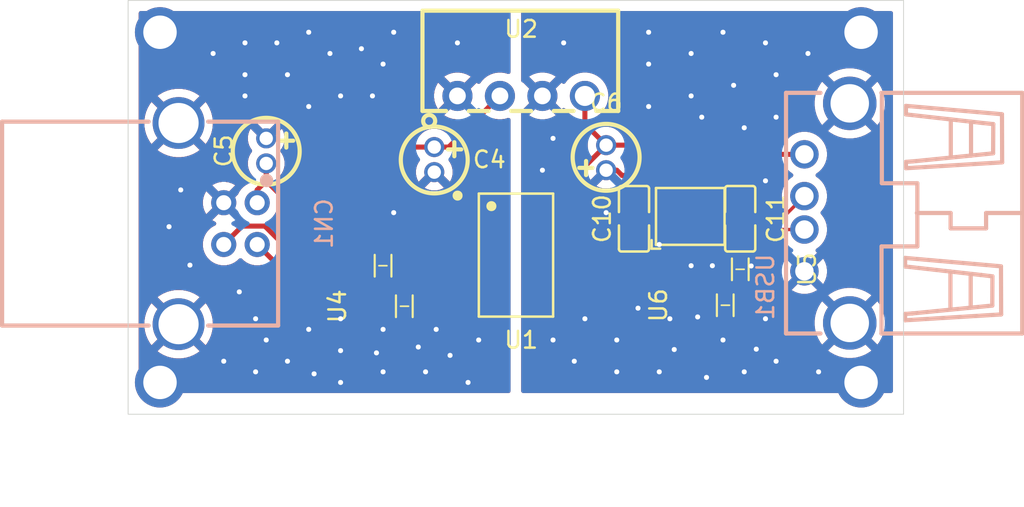
<source format=kicad_pcb>
(kicad_pcb (version 20241229) (generator "pcbnew") (generator_version "9.0")
  (layers (0 "F.Cu" signal) (2 "B.Cu" signal) (13 "F.Paste" user) (15 "B.Paste" user) (5 "F.SilkS" user "F.Silkscreen") (7 "B.SilkS" user "B.Silkscreen") (1 "F.Mask" user) (3 "B.Mask" user) (25 "Edge.Cuts" user))
  (net 0 "")
  (net 1 "GND")
  (net 2 "+5V1")
  (net 3 "GND2")
  (net 4 "+5V2")
  (net 5 "X1")
  (net 6 "X0")
  (net 7 "DIN+")
  (net 8 "DIN-")
  (net 9 "DIN2+")
  (net 10 "DIN2-")
  (footprint "EasyEDA:SSOP-20_L7.2-W5.3-P0.65-LS7.8-BL" (layer "F.Cu") (at 177.49 107.95 -90)
    (property "Reference" "U1" (at 5.08 -0.31 180) (layer "F.SilkS"))
    (property "Value" "ADUM3166BRSZ" (hide yes))
    (fp_line (start -3.68 2.22) (end -3.68 -2.22) (stroke (width 0.15)) (layer "F.SilkS"))
    (fp_line (start 3.68 2.22) (end -3.68 2.22) (stroke (width 0.15)) (layer "F.SilkS"))
    (fp_line (start -3.68 -2.22) (end 3.68 -2.22) (stroke (width 0.15)) (layer "F.SilkS"))
    (fp_line (start 3.68 -2.22) (end 3.68 2.22) (stroke (width 0.15)) (layer "F.SilkS"))
    (fp_circle (center -3.56 3.49) (end -3.41 3.49) (stroke (width 0.3)) (fill no) (layer "F.SilkS"))
    (fp_circle (center -2.93 1.47) (end -2.78 1.47) (stroke (width 0.3)) (fill no) (layer "F.SilkS"))
    (pad "1" smd oval (at -2.93 3.49 270) (size 0.36 2.08) (layers "F.Cu" "F.Mask" "F.Paste") (net 2 "+5V1"))
    (pad "2" smd oval (at -2.28 3.49 270) (size 0.36 2.08) (layers "F.Cu" "F.Mask" "F.Paste") (net 1 "GND"))
    (pad "3" smd oval (at -1.63 3.49 270) (size 0.36 2.08) (layers "F.Cu" "F.Mask" "F.Paste") (net 2 "+5V1"))
    (pad "4" smd oval (at -0.98 3.49 270) (size 0.36 2.08) (layers "F.Cu" "F.Mask" "F.Paste") (net 1 "GND"))
    (pad "5" smd oval (at -0.32 3.49 270) (size 0.36 2.08) (layers "F.Cu" "F.Mask" "F.Paste") (net 1 "GND"))
    (pad "6" smd oval (at 0.33 3.49 270) (size 0.36 2.08) (layers "F.Cu" "F.Mask" "F.Paste") (net 1 "GND"))
    (pad "7" smd oval (at 0.98 3.49 270) (size 0.36 2.08) (layers "F.Cu" "F.Mask" "F.Paste") (net 1 "GND"))
    (pad "8" smd oval (at 1.63 3.49 270) (size 0.36 2.08) (layers "F.Cu" "F.Mask" "F.Paste") (net 7 "DIN+"))
    (pad "9" smd oval (at 2.28 3.49 270) (size 0.36 2.08) (layers "F.Cu" "F.Mask" "F.Paste") (net 8 "DIN-"))
    (pad "10" smd oval (at 2.93 3.49 270) (size 0.36 2.08) (layers "F.Cu" "F.Mask" "F.Paste") (net 1 "GND"))
    (pad "11" smd oval (at 2.93 -3.49 270) (size 0.36 2.08) (layers "F.Cu" "F.Mask" "F.Paste") (net 3 "GND2"))
    (pad "12" smd oval (at 2.28 -3.49 270) (size 0.36 2.08) (layers "F.Cu" "F.Mask" "F.Paste") (net 9 "DIN2+"))
    (pad "13" smd oval (at 1.63 -3.49 270) (size 0.36 2.08) (layers "F.Cu" "F.Mask" "F.Paste") (net 10 "DIN2-"))
    (pad "14" smd oval (at 0.98 -3.49 270) (size 0.36 2.08) (layers "F.Cu" "F.Mask" "F.Paste") (net 3 "GND2"))
    (pad "15" smd oval (at 0.33 -3.49 270) (size 0.36 2.08) (layers "F.Cu" "F.Mask" "F.Paste") (net 6 "X0"))
    (pad "16" smd oval (at -0.32 -3.49 270) (size 0.36 2.08) (layers "F.Cu" "F.Mask" "F.Paste") (net 5 "X1"))
    (pad "17" smd oval (at -0.98 -3.49 270) (size 0.36 2.08) (layers "F.Cu" "F.Mask" "F.Paste") (net 3 "GND2"))
    (pad "18" smd oval (at -1.63 -3.49 270) (size 0.36 2.08) (layers "F.Cu" "F.Mask" "F.Paste") (net 4 "+5V2"))
    (pad "19" smd oval (at -2.28 -3.49 270) (size 0.36 2.08) (layers "F.Cu" "F.Mask" "F.Paste") (net 3 "GND2"))
    (pad "20" smd oval (at -2.93 -3.49 270) (size 0.36 2.08) (layers "F.Cu" "F.Mask" "F.Paste") (net 4 "+5V2"))
  )
  (footprint "PCM_JLCPCB:C_0805" (layer "F.Cu") (at 167.64 105.41 90)
    (property "Reference" "C2" (hide yes))
    (property "Value" "10uF" (hide yes))
    (pad "1" smd roundrect (at -0.95 0 90) (size 1 1.45) (layers "F.Cu" "F.Mask" "F.Paste") (net 1 "GND"))
    (pad "2" smd roundrect (at 0.95 0 90) (size 1 1.45) (layers "F.Cu" "F.Mask" "F.Paste") (net 2 "+5V1"))
  )
  (footprint "EasyEDA:PWRM-TH_B0503S-1WR2" (layer "F.Cu") (at 177.8 98.425)
    (property "Reference" "U2" (at 0 -4 0) (layer "F.SilkS"))
    (property "Value" "B0503S-1WR3_C5444000" (hide yes))
    (fp_line (start -5.9 0.9) (end -5.9 -5.1) (stroke (width 0.25)) (layer "F.SilkS"))
    (fp_line (start -5.8 -5.1) (end 5.8 -5.1) (stroke (width 0.25)) (layer "F.SilkS"))
    (fp_line (start -4.49 0.9) (end -5.9 0.9) (stroke (width 0.25)) (layer "F.SilkS"))
    (fp_line (start -1.95 0.9) (end -3.13 0.9) (stroke (width 0.25)) (layer "F.SilkS"))
    (fp_line (start 0.59 0.9) (end -0.59 0.9) (stroke (width 0.25)) (layer "F.SilkS"))
    (fp_line (start 3.13 0.9) (end 1.95 0.9) (stroke (width 0.25)) (layer "F.SilkS"))
    (fp_line (start 5.8 -5.1) (end 5.8 0.9) (stroke (width 0.25)) (layer "F.SilkS"))
    (fp_line (start 5.8 0.9) (end 4.49 0.9) (stroke (width 0.25)) (layer "F.SilkS"))
    (fp_circle (center -5.5 1.5) (end -5.14 1.5) (stroke (width 0.25)) (fill no) (layer "F.SilkS"))
    (pad "1" thru_hole circle (at -3.81 0) (size 1.8 1.8) (drill 0.999998) (layers "*.Cu" "*.Mask") (net 1 "GND"))
    (pad "2" thru_hole circle (at -1.27 0) (size 1.8 1.8) (drill 0.999998) (layers "*.Cu" "*.Mask") (net 2 "+5V1"))
    (pad "3" thru_hole circle (at 1.27 0) (size 1.8 1.8) (drill 0.999998) (layers "*.Cu" "*.Mask") (net 3 "GND2"))
    (pad "4" thru_hole circle (at 3.81 0) (size 1.8 1.8) (drill 1.199998) (layers "*.Cu" "*.Mask") (net 4 "+5V2"))
  )
  (footprint "EasyEDA:OSC-SMD_4P-L3.2-W2.5-BL" (layer "F.Cu") (at 187.89 105.655)
    (property "Reference" "X1" (hide yes))
    (property "Value" "3N24000G33YC" (hide yes))
    (fp_line (start -2.29 1.4) (end -2.29 1.91) (stroke (width 0.15)) (layer "F.SilkS"))
    (fp_line (start -2.29 1.91) (end -1.78 1.91) (stroke (width 0.15)) (layer "F.SilkS"))
    (fp_line (start -2.03 -1.72) (end -2.03 1.68) (stroke (width 0.15)) (layer "F.SilkS"))
    (fp_line (start -2.03 1.68) (end 2.07 1.68) (stroke (width 0.15)) (layer "F.SilkS"))
    (fp_line (start 2.07 -1.72) (end -2.03 -1.72) (stroke (width 0.15)) (layer "F.SilkS"))
    (fp_line (start 2.07 1.68) (end 2.07 -1.72) (stroke (width 0.15)) (layer "F.SilkS"))
    (pad "1" smd rect (at -1.1 0.88) (size 1.4 1.2) (layers "F.Cu" "F.Mask" "F.Paste") (net 3 "GND2"))
    (pad "2" smd rect (at 1.1 0.88) (size 1.4 1.2) (layers "F.Cu" "F.Mask" "F.Paste") (net 3 "GND2"))
    (pad "3" smd rect (at 1.1 -0.88) (size 1.4 1.2) (layers "F.Cu" "F.Mask" "F.Paste") (net 6 "X0"))
    (pad "4" smd rect (at -1.1 -0.88) (size 1.4 1.2) (layers "F.Cu" "F.Mask" "F.Paste") (net 5 "X1"))
  )
  (footprint "PCM_JLCPCB:C_0603" (layer "F.Cu") (at 188.595 102.235 90)
    (property "Reference" "C9" (hide yes))
    (property "Value" "100nF" (hide yes))
    (pad "1" smd roundrect (at -0.78 0 90) (size 0.9 0.95) (layers "F.Cu" "F.Mask" "F.Paste") (net 3 "GND2"))
    (pad "2" smd roundrect (at 0.78 0 90) (size 0.9 0.95) (layers "F.Cu" "F.Mask" "F.Paste") (net 4 "+5V2"))
  )
  (footprint "EasyEDA:SOD-523_L1.2-W0.8-LS1.6-BI" (layer "F.Cu") (at 169.545 108.585 -90)
    (property "Reference" "U3" (hide yes))
    (property "Value" "TVSS5VCES-02GP-J_C7473318")
    (fp_line (start -0.65 0.5) (end 0.65 0.5) (stroke (width 0.13)) (layer "F.SilkS"))
    (fp_line (start 0 -0.23) (end 0 0.25) (stroke (width 0.1)) (layer "F.SilkS"))
    (fp_line (start -0.65 -0.5) (end 0.65 -0.5) (stroke (width 0.13)) (layer "F.SilkS"))
    (pad "1" smd rect (at -0.75 0 270) (size 0.6 0.4) (layers "F.Cu" "F.Mask" "F.Paste") (net 1 "GND"))
    (pad "2" smd rect (at 0.75 0 90) (size 0.6 0.4) (layers "F.Cu" "F.Mask" "F.Paste") (net 7 "DIN+"))
  )
  (footprint "EasyEDA:SOD-523_L1.2-W0.8-LS1.6-BI" (layer "F.Cu") (at 170.815 111.01 90)
    (property "Reference" "U4" (at 0 -4 90) (layer "F.SilkS"))
    (property "Value" "TVSS5VCES-02GP-J_C7473318")
    (fp_line (start -0.65 -0.5) (end 0.65 -0.5) (stroke (width 0.13)) (layer "F.SilkS"))
    (fp_line (start 0 -0.23) (end 0 0.25) (stroke (width 0.1)) (layer "F.SilkS"))
    (fp_line (start -0.65 0.5) (end 0.65 0.5) (stroke (width 0.13)) (layer "F.SilkS"))
    (pad "1" smd rect (at -0.75 0 90) (size 0.6 0.4) (layers "F.Cu" "F.Mask" "F.Paste") (net 1 "GND"))
    (pad "2" smd rect (at 0.75 0 270) (size 0.6 0.4) (layers "F.Cu" "F.Mask" "F.Paste") (net 8 "DIN-"))
  )
  (footprint "PCM_JLCPCB:C_0805" (layer "F.Cu") (at 186.69 102.235 90)
    (property "Reference" "C8" (hide yes))
    (property "Value" "10uF" (hide yes))
    (pad "1" smd roundrect (at -0.95 0 90) (size 1 1.45) (layers "F.Cu" "F.Mask" "F.Paste") (net 3 "GND2"))
    (pad "2" smd roundrect (at 0.95 0 90) (size 1 1.45) (layers "F.Cu" "F.Mask" "F.Paste") (net 4 "+5V2"))
  )
  (footprint "EasyEDA:SOD-523_L1.2-W0.8-LS1.6-BI" (layer "F.Cu") (at 190 110.95 90)
    (property "Reference" "U6" (at 0 -4 90) (layer "F.SilkS"))
    (property "Value" "TVSS5VCES-02GP-J_C7473318")
    (fp_line (start -0.65 -0.5) (end 0.65 -0.5) (stroke (width 0.13)) (layer "F.SilkS"))
    (fp_line (start 0 -0.23) (end 0 0.25) (stroke (width 0.1)) (layer "F.SilkS"))
    (fp_line (start -0.65 0.5) (end 0.65 0.5) (stroke (width 0.13)) (layer "F.SilkS"))
    (pad "1" smd rect (at -0.75 0 90) (size 0.6 0.4) (layers "F.Cu" "F.Mask" "F.Paste") (net 3 "GND2"))
    (pad "2" smd rect (at 0.75 0 270) (size 0.6 0.4) (layers "F.Cu" "F.Mask" "F.Paste") (net 9 "DIN2+"))
  )
  (footprint "EasyEDA:CAP-TH_BD4.0-P1.50-D0.8-FD" (layer "F.Cu") (at 172.605 102.235 -90)
    (property "Reference" "C4" (at 0 -3.29 0) (layer "F.SilkS"))
    (property "Value" "4.7uF 25V 3*5" (hide yes))
    (fp_line (start -0.61 -0.82) (end -0.61 -1.61) (stroke (width 0.25)) (layer "F.SilkS"))
    (fp_line (start -0.2 -1.2) (end -1.04 -1.2) (stroke (width 0.25)) (layer "F.SilkS"))
    (fp_arc (start 0.03 -2) (mid 0.02501 2.000019) (end -0.00002 -1.999925) (stroke (width 0.25)) (layer "F.SilkS"))
    (pad "1" thru_hole circle (at -0.75 0) (size 1.2 1.2) (drill 0.799998) (layers "*.Cu" "*.Mask") (net 2 "+5V1"))
    (pad "2" thru_hole circle (at 0.75 0) (size 1.2 1.2) (drill 0.799998) (layers "*.Cu" "*.Mask") (net 1 "GND"))
  )
  (footprint "PCM_JLCPCB:C_0603" (layer "F.Cu") (at 190.5 102.235 -90)
    (property "Reference" "C7" (hide yes))
    (property "Value" "100nF" (hide yes))
    (pad "1" smd roundrect (at -0.78 0 270) (size 0.9 0.95) (layers "F.Cu" "F.Mask" "F.Paste") (net 4 "+5V2"))
    (pad "2" smd roundrect (at 0.78 0 270) (size 0.9 0.95) (layers "F.Cu" "F.Mask" "F.Paste") (net 3 "GND2"))
  )
  (footprint "EasyEDA:CAP-TH_BD4.0-P1.50-D0.8-FD" (layer "F.Cu") (at 162.56 101.715 -90)
    (property "Reference" "C5" (at 0 2.54 90) (layer "F.SilkS"))
    (property "Value" "4.7uF 25V 3*5" (hide yes))
    (fp_line (start -0.61 -0.82) (end -0.61 -1.61) (stroke (width 0.25)) (layer "F.SilkS"))
    (fp_line (start -0.2 -1.2) (end -1.04 -1.2) (stroke (width 0.25)) (layer "F.SilkS"))
    (fp_arc (start 0.03 -2) (mid 0.02501 2.000019) (end -0.00002 -1.999925) (stroke (width 0.25)) (layer "F.SilkS"))
    (pad "1" thru_hole circle (at -0.75 0) (size 1.2 1.2) (drill 0.799998) (layers "*.Cu" "*.Mask") (net 1 "GND"))
    (pad "2" thru_hole circle (at 0.75 0) (size 1.2 1.2) (drill 0.799998) (layers "*.Cu" "*.Mask") (net 2 "+5V1"))
  )
  (footprint "EasyEDA:C0805" (layer "F.Cu") (at 190.895 105.775 90)
    (property "Reference" "C11" (at 0 2.13 90) (layer "F.SilkS"))
    (property "Value" "0805CG8R0C500NT" (hide yes))
    (fp_line (start 1.81 -0.9) (end 0.4 -0.9) (stroke (width 0.15)) (layer "F.SilkS"))
    (fp_line (start -1.81 -0.9) (end -0.4 -0.9) (stroke (width 0.15)) (layer "F.SilkS"))
    (fp_line (start 1.96 0.75) (end 1.96 -0.75) (stroke (width 0.15)) (layer "F.SilkS"))
    (fp_line (start -1.96 0.75) (end -1.96 -0.75) (stroke (width 0.15)) (layer "F.SilkS"))
    (fp_line (start 0.4 0.9) (end 1.81 0.9) (stroke (width 0.15)) (layer "F.SilkS"))
    (fp_line (start -0.4 0.9) (end -1.81 0.9) (stroke (width 0.15)) (layer "F.SilkS"))
    (fp_arc (start 1.81 -0.9) (mid 1.916066 -0.856066) (end 1.96 -0.75) (stroke (width 0.15)) (layer "F.SilkS"))
    (fp_arc (start -1.96 -0.75) (mid -1.916066 -0.856066) (end -1.81 -0.9) (stroke (width 0.15)) (layer "F.SilkS"))
    (fp_arc (start 1.96 0.75) (mid 1.916066 0.856066) (end 1.81 0.9) (stroke (width 0.15)) (layer "F.SilkS"))
    (fp_arc (start -1.81 0.9) (mid -1.916066 0.856066) (end -1.96 0.75) (stroke (width 0.15)) (layer "F.SilkS"))
    (pad "1" smd rect (at -1 0 90) (size 1.41 1.35) (layers "F.Cu" "F.Mask" "F.Paste") (net 3 "GND2"))
    (pad "2" smd rect (at 1 0 90) (size 1.41 1.35) (layers "F.Cu" "F.Mask" "F.Paste") (net 6 "X0"))
  )
  (footprint "EasyEDA:CAP-TH_BD4.0-P1.50-D0.8-FD" (layer "F.Cu") (at 182.88 102.12 90)
    (property "Reference" "C6" (at 3.29 0 180) (layer "F.SilkS"))
    (property "Value" "4.7uF 25V 3*5" (hide yes))
    (fp_line (start -0.2 -1.2) (end -1.04 -1.2) (stroke (width 0.25)) (layer "F.SilkS"))
    (fp_line (start -0.61 -0.82) (end -0.61 -1.61) (stroke (width 0.25)) (layer "F.SilkS"))
    (fp_arc (start 0.03 -2) (mid 0.02501 2.000019) (end -0.00002 -1.999925) (stroke (width 0.25)) (layer "F.SilkS"))
    (pad "1" thru_hole circle (at -0.75 0 180) (size 1.2 1.2) (drill 0.799998) (layers "*.Cu" "*.Mask") (net 3 "GND2"))
    (pad "2" thru_hole circle (at 0.75 0 180) (size 1.2 1.2) (drill 0.799998) (layers "*.Cu" "*.Mask") (net 4 "+5V2"))
  )
  (footprint "PCM_JLCPCB:C_0603" (layer "F.Cu") (at 167.005 102.09 90)
    (property "Reference" "C3" (hide yes))
    (property "Value" "100nF")
    (pad "1" smd roundrect (at -0.78 0 90) (size 0.9 0.95) (layers "F.Cu" "F.Mask" "F.Paste") (net 1 "GND"))
    (pad "2" smd roundrect (at 0.78 0 90) (size 0.9 0.95) (layers "F.Cu" "F.Mask" "F.Paste") (net 2 "+5V1"))
  )
  (footprint "EasyEDA:SOD-523_L1.2-W0.8-LS1.6-BI" (layer "F.Cu") (at 190.9 108.8 -90)
    (property "Reference" "U5" (at 0 -4 90) (layer "F.SilkS"))
    (property "Value" "TVSS5VCES-02GP-J_C7473318")
    (fp_line (start -0.65 0.5) (end 0.65 0.5) (stroke (width 0.13)) (layer "F.SilkS"))
    (fp_line (start 0 -0.23) (end 0 0.25) (stroke (width 0.1)) (layer "F.SilkS"))
    (fp_line (start -0.65 -0.5) (end 0.65 -0.5) (stroke (width 0.13)) (layer "F.SilkS"))
    (pad "1" smd rect (at -0.75 0 270) (size 0.6 0.4) (layers "F.Cu" "F.Mask" "F.Paste") (net 3 "GND2"))
    (pad "2" smd rect (at 0.75 0 90) (size 0.6 0.4) (layers "F.Cu" "F.Mask" "F.Paste") (net 10 "DIN2-"))
  )
  (footprint "EasyEDA:C0805" (layer "F.Cu") (at 184.545 105.775 90)
    (property "Reference" "C10" (at 0 -1.905 90) (layer "F.SilkS"))
    (property "Value" "0805CG8R0C500NT" (hide yes))
    (fp_line (start 1.81 -0.9) (end 0.4 -0.9) (stroke (width 0.15)) (layer "F.SilkS"))
    (fp_line (start -1.81 -0.9) (end -0.4 -0.9) (stroke (width 0.15)) (layer "F.SilkS"))
    (fp_line (start 1.96 0.75) (end 1.96 -0.75) (stroke (width 0.15)) (layer "F.SilkS"))
    (fp_line (start -1.96 0.75) (end -1.96 -0.75) (stroke (width 0.15)) (layer "F.SilkS"))
    (fp_line (start 0.4 0.9) (end 1.81 0.9) (stroke (width 0.15)) (layer "F.SilkS"))
    (fp_line (start -0.4 0.9) (end -1.81 0.9) (stroke (width 0.15)) (layer "F.SilkS"))
    (fp_arc (start 1.81 -0.9) (mid 1.916066 -0.856066) (end 1.96 -0.75) (stroke (width 0.15)) (layer "F.SilkS"))
    (fp_arc (start -1.96 -0.75) (mid -1.916066 -0.856066) (end -1.81 -0.9) (stroke (width 0.15)) (layer "F.SilkS"))
    (fp_arc (start 1.96 0.75) (mid 1.916066 0.856066) (end 1.81 0.9) (stroke (width 0.15)) (layer "F.SilkS"))
    (fp_arc (start -1.81 0.9) (mid -1.916066 0.856066) (end -1.96 0.75) (stroke (width 0.15)) (layer "F.SilkS"))
    (pad "1" smd rect (at -1 0 90) (size 1.41 1.35) (layers "F.Cu" "F.Mask" "F.Paste") (net 3 "GND2"))
    (pad "2" smd rect (at 1 0 90) (size 1.41 1.35) (layers "F.Cu" "F.Mask" "F.Paste") (net 5 "X1"))
  )
  (footprint "PCM_JLCPCB:C_0603" (layer "F.Cu") (at 169.545 102.235 -90)
    (property "Reference" "C1" (hide yes))
    (property "Value" "100nF")
    (pad "1" smd roundrect (at -0.78 0 270) (size 0.9 0.95) (layers "F.Cu" "F.Mask" "F.Paste") (net 2 "+5V1"))
    (pad "2" smd roundrect (at 0.78 0 270) (size 0.9 0.95) (layers "F.Cu" "F.Mask" "F.Paste") (net 1 "GND"))
  )
  (footprint "EasyEDA:USB-A-TH_AF-WJDG" (layer "B.Cu") (at 196.0925 105.44 -90)
    (property "Reference" "USB1" (at 4.415 3.6875 90) (layer "B.SilkS") (effects (justify mirror)))
    (property "Value" "AF 90° WJDG")
    (fp_line (start -7.2 2.46) (end 7.2 2.46) (stroke (width 0.25)) (layer "B.SilkS"))
    (fp_line (start -7.2 2.46) (end -7.2 0.4) (stroke (width 0.25)) (layer "B.SilkS"))
    (fp_line (start 7.2 2.46) (end 7.2 0.4) (stroke (width 0.25)) (layer "B.SilkS"))
    (fp_line (start -7.2 -3.24) (end -7.2 -11.66) (stroke (width 0.25)) (layer "B.SilkS"))
    (fp_line (start 7.2 -3.24) (end 7.2 -11.66) (stroke (width 0.25)) (layer "B.SilkS"))
    (fp_line (start 1.99 -3.25) (end 1.99 -5.39) (stroke (width 0.25)) (layer "B.SilkS"))
    (fp_line (start 7.19 -3.25) (end 1.99 -3.25) (stroke (width 0.25)) (layer "B.SilkS"))
    (fp_line (start -1.79 -3.27) (end -7.19 -3.27) (stroke (width 0.25)) (layer "B.SilkS"))
    (fp_line (start 2.68 -4.66) (end 3.19 -4.66) (stroke (width 0.25)) (layer "B.SilkS"))
    (fp_line (start 3.19 -4.66) (end 3.7 -9.2) (stroke (width 0.25)) (layer "B.SilkS"))
    (fp_line (start 6.03 -4.66) (end 6.41 -4.66) (stroke (width 0.25)) (layer "B.SilkS"))
    (fp_line (start 6.41 -4.66) (end 6.06 -10.4) (stroke (width 0.25)) (layer "B.SilkS"))
    (fp_line (start -6.42 -4.71) (end -5.91 -4.71) (stroke (width 0.25)) (layer "B.SilkS"))
    (fp_line (start -5.91 -4.71) (end -5.4 -9.25) (stroke (width 0.25)) (layer "B.SilkS"))
    (fp_line (start -3.07 -4.71) (end -2.69 -4.71) (stroke (width 0.25)) (layer "B.SilkS"))
    (fp_line (start -2.69 -4.71) (end -3.04 -10.46) (stroke (width 0.25)) (layer "B.SilkS"))
    (fp_line (start 6 -5.09) (end 6.03 -4.66) (stroke (width 0.25)) (layer "B.SilkS"))
    (fp_line (start -3.1 -5.14) (end -3.07 -4.71) (stroke (width 0.25)) (layer "B.SilkS"))
    (fp_line (start -0.01 -5.36) (end -0.01 -7.38) (stroke (width 0.25)) (layer "B.SilkS"))
    (fp_line (start -1.79 -5.39) (end -1.79 -3.27) (stroke (width 0.25)) (layer "B.SilkS"))
    (fp_line (start 1.99 -5.39) (end -1.79 -5.39) (stroke (width 0.25)) (layer "B.SilkS"))
    (fp_line (start 3.49 -7.37) (end 5.75 -7.37) (stroke (width 0.25)) (layer "B.SilkS"))
    (fp_line (start -0.01 -7.38) (end 0.91 -7.38) (stroke (width 0.25)) (layer "B.SilkS"))
    (fp_line (start 0.91 -7.38) (end 0.91 -9.5) (stroke (width 0.25)) (layer "B.SilkS"))
    (fp_line (start -5.61 -7.39) (end -3.35 -7.39) (stroke (width 0.25)) (layer "B.SilkS"))
    (fp_line (start 3.63 -8.58) (end 5.66 -8.58) (stroke (width 0.25)) (layer "B.SilkS"))
    (fp_line (start -5.47 -8.6) (end -3.44 -8.6) (stroke (width 0.25)) (layer "B.SilkS"))
    (fp_line (start 3.7 -9.2) (end 3.78 -9.88) (stroke (width 0.25)) (layer "B.SilkS"))
    (fp_line (start -5.4 -9.25) (end -5.33 -9.93) (stroke (width 0.25)) (layer "B.SilkS"))
    (fp_line (start -0.01 -9.5) (end -0.01 -11.53) (stroke (width 0.25)) (layer "B.SilkS"))
    (fp_line (start 0.91 -9.5) (end -0.01 -9.5) (stroke (width 0.25)) (layer "B.SilkS"))
    (fp_line (start 5.53 -9.87) (end 6 -5.09) (stroke (width 0.25)) (layer "B.SilkS"))
    (fp_line (start 3.78 -9.88) (end 5.53 -9.87) (stroke (width 0.25)) (layer "B.SilkS"))
    (fp_line (start -3.58 -9.92) (end -3.1 -5.14) (stroke (width 0.25)) (layer "B.SilkS"))
    (fp_line (start -5.33 -9.93) (end -3.58 -9.92) (stroke (width 0.25)) (layer "B.SilkS"))
    (fp_line (start 3.18 -10.39) (end 2.68 -4.66) (stroke (width 0.25)) (layer "B.SilkS"))
    (fp_line (start 6.06 -10.4) (end 3.18 -10.39) (stroke (width 0.25)) (layer "B.SilkS"))
    (fp_line (start -5.92 -10.45) (end -6.42 -4.71) (stroke (width 0.25)) (layer "B.SilkS"))
    (fp_line (start -3.04 -10.46) (end -5.92 -10.45) (stroke (width 0.25)) (layer "B.SilkS"))
    (fp_line (start -7.2 -11.66) (end 7.2 -11.66) (stroke (width 0.25)) (layer "B.SilkS"))
    (pad "1" thru_hole circle (at -3.52 1.36) (size 1.7 1.7) (drill 1.100023) (layers "*.Cu" "*.Mask") (net 4 "+5V2"))
    (pad "2" thru_hole circle (at -1.02 1.36) (size 1.7 1.7) (drill 1.100023) (layers "*.Cu" "*.Mask") (net 10 "DIN2-"))
    (pad "3" thru_hole circle (at 0.98 1.36) (size 1.7 1.7) (drill 1.100023) (layers "*.Cu" "*.Mask") (net 9 "DIN2+"))
    (pad "4" thru_hole circle (at 3.48 1.36) (size 1.7 1.7) (drill 1.100023) (layers "*.Cu" "*.Mask") (net 3 "GND2"))
    (pad "5" thru_hole circle (at -6.57 -1.35 180) (size 3.2 3.2) (drill 2.300021) (layers "*.Cu" "*.Mask") (net 3 "GND2"))
    (pad "5" thru_hole circle (at 6.57 -1.35 180) (size 3.2 3.2) (drill 2.300021) (layers "*.Cu" "*.Mask") (net 3 "GND2"))
  )
  (footprint "EasyEDA:USB-B_TH_USB-B-FEMALE-90" (layer "B.Cu") (at 159.67 106.065 90)
    (property "Reference" "CN1" (at 0 6.35 90) (layer "B.SilkS") (effects (justify mirror)))
    (property "Value" "USB-B-Female-90")
    (fp_line (start 6.1 -12.9) (end 6.1 -4.14) (stroke (width 0.25)) (layer "B.SilkS"))
    (fp_line (start -6.1 -12.9) (end 6.1 -12.9) (stroke (width 0.25)) (layer "B.SilkS"))
    (fp_line (start -6.1 -12.9) (end -6.1 -4.14) (stroke (width 0.25)) (layer "B.SilkS"))
    (fp_line (start 6.1 -0.58) (end 6.1 3.6) (stroke (width 0.25)) (layer "B.SilkS"))
    (fp_line (start 6.1 3.6) (end -6.1 3.6) (stroke (width 0.25)) (layer "B.SilkS"))
    (fp_line (start -6.1 3.6) (end -6.1 -0.58) (stroke (width 0.25)) (layer "B.SilkS"))
    (fp_circle (center 2.58 2.91) (end 2.78 2.91) (stroke (width 0.4)) (fill no) (layer "B.SilkS"))
    (pad "1" thru_hole circle (at 1.25 2.35 90) (size 1.5 1.5) (drill 0.900024) (layers "*.Cu" "*.Mask") (net 2 "+5V1"))
    (pad "2" thru_hole circle (at -1.25 2.35 90) (size 1.5 1.5) (drill 0.900024) (layers "*.Cu" "*.Mask") (net 8 "DIN-"))
    (pad "3" thru_hole circle (at -1.25 0.35 90) (size 1.5 1.5) (drill 0.900024) (layers "*.Cu" "*.Mask") (net 7 "DIN+"))
    (pad "4" thru_hole circle (at 1.25 0.35 90) (size 1.5 1.5) (drill 0.900024) (layers "*.Cu" "*.Mask") (net 1 "GND"))
    (pad "5" thru_hole circle (at -6.02 -2.35 90) (size 3.1 3.1) (drill 2.399995) (layers "*.Cu" "*.Mask") (net 1 "GND"))
    (pad "6" thru_hole circle (at 6.02 -2.35 90) (size 3.1 3.1) (drill 2.399995) (layers "*.Cu" "*.Mask") (net 1 "GND"))
  )
  (gr_rect (start 154.305 92.71) (end 200.66 117.475) (stroke (width 0.05)) (fill no) (layer "Edge.Cuts"))
  (via (at 198.12 94.615) (size 3) (drill 2) (layers "F.Cu" "B.Cu") (net 0))
  (via (at 156.21 94.615) (size 3) (drill 2) (layers "F.Cu" "B.Cu") (net 0))
  (via (at 198.12 115.57) (size 3) (drill 2) (layers "F.Cu" "B.Cu") (net 0))
  (via (at 156.21 115.57) (size 3) (drill 2) (layers "F.Cu" "B.Cu") (net 0))
  (via (at 170.18 105.41) (size 0.6) (drill 0.3) (layers "F.Cu" "B.Cu") (net 1))
  (via (at 163.83 114.3) (size 0.6) (drill 0.3) (layers "F.Cu" "B.Cu") (net 1))
  (via (at 161.29 97.155) (size 0.6) (drill 0.3) (layers "F.Cu" "B.Cu") (net 1))
  (via (at 166.37 95.885) (size 0.6) (drill 0.3) (layers "F.Cu" "B.Cu") (net 1))
  (via (at 167.005 113.665) (size 0.6) (drill 0.3) (layers "F.Cu" "B.Cu") (net 1))
  (via (at 172.085 114.935) (size 0.6) (drill 0.3) (layers "F.Cu" "B.Cu") (net 1))
  (via (at 168.91 98.425) (size 0.6) (drill 0.3) (layers "F.Cu" "B.Cu") (net 1))
  (via (at 163.83 97.155) (size 0.6) (drill 0.3) (layers "F.Cu" "B.Cu") (net 1))
  (via (at 171.65 113.45) (size 0.6) (drill 0.3) (layers "F.Cu" "B.Cu") (net 1))
  (via (at 167.005 115.57) (size 0.6) (drill 0.3) (layers "F.Cu" "B.Cu") (net 1))
  (via (at 173.99 95.25) (size 0.6) (drill 0.3) (layers "F.Cu" "B.Cu") (net 1))
  (via (at 172.72 112.395) (size 0.6) (drill 0.3) (layers "F.Cu" "B.Cu") (net 1))
  (via (at 173.55 113.95) (size 0.6) (drill 0.3) (layers "F.Cu" "B.Cu") (net 1))
  (via (at 161.29 95.25) (size 0.6) (drill 0.3) (layers "F.Cu" "B.Cu") (net 1))
  (via (at 159.385 95.885) (size 0.6) (drill 0.3) (layers "F.Cu" "B.Cu") (net 1))
  (via (at 167.005 98.425) (size 0.6) (drill 0.3) (layers "F.Cu" "B.Cu") (net 1))
  (via (at 174.625 115.57) (size 0.6) (drill 0.3) (layers "F.Cu" "B.Cu") (net 1))
  (via (at 163.195 95.25) (size 0.6) (drill 0.3) (layers "F.Cu" "B.Cu") (net 1))
  (via (at 169.545 96.52) (size 0.6) (drill 0.3) (layers "F.Cu" "B.Cu") (net 1))
  (via (at 161.925 114.935) (size 0.6) (drill 0.3) (layers "F.Cu" "B.Cu") (net 1))
  (via (at 160.02 114.3) (size 0.6) (drill 0.3) (layers "F.Cu" "B.Cu") (net 1))
  (via (at 165.42152 115.054582) (size 0.6) (drill 0.3) (layers "F.Cu" "B.Cu") (net 1))
  (via (at 157.45 104.05) (size 0.6) (drill 0.3) (layers "F.Cu" "B.Cu") (net 1))
  (via (at 175.26 113.03) (size 0.6) (drill 0.3) (layers "F.Cu" "B.Cu") (net 1))
  (via (at 156.75 106.25) (size 0.6) (drill 0.3) (layers "F.Cu" "B.Cu") (net 1))
  (via (at 160.95 110.15) (size 0.6) (drill 0.3) (layers "F.Cu" "B.Cu") (net 1))
  (via (at 161.925 111.76) (size 0.6) (drill 0.3) (layers "F.Cu" "B.Cu") (net 1))
  (via (at 169.15 113.8) (size 0.6) (drill 0.3) (layers "F.Cu" "B.Cu") (net 1))
  (via (at 165.1 94.615) (size 0.6) (drill 0.3) (layers "F.Cu" "B.Cu") (net 1))
  (via (at 162.56 113.03) (size 0.6) (drill 0.3) (layers "F.Cu" "B.Cu") (net 1))
  (via (at 167.005 111.76) (size 0.6) (drill 0.3) (layers "F.Cu" "B.Cu") (net 1))
  (via (at 165.1 99.06) (size 0.6) (drill 0.3) (layers "F.Cu" "B.Cu") (net 1))
  (via (at 168.25 95.6) (size 0.6) (drill 0.3) (layers "F.Cu" "B.Cu") (net 1))
  (via (at 169.545 112.395) (size 0.6) (drill 0.3) (layers "F.Cu" "B.Cu") (net 1))
  (via (at 158 108.55) (size 0.6) (drill 0.3) (layers "F.Cu" "B.Cu") (net 1))
  (via (at 161.29 98.425) (size 0.6) (drill 0.3) (layers "F.Cu" "B.Cu") (net 1))
  (via (at 170.18 94.615) (size 0.6) (drill 0.3) (layers "F.Cu" "B.Cu") (net 1))
  (via (at 169.545 114.935) (size 0.6) (drill 0.3) (layers "F.Cu" "B.Cu") (net 1))
  (via (at 165.1 112.395) (size 0.6) (drill 0.3) (layers "F.Cu" "B.Cu") (net 1))
  (segment (start 171.69 105.02) (end 171.13 104.46) (width 0.3) (layer "F.Cu") (net 2))
  (segment (start 163.515 104.46) (end 162.56 103.505) (width 0.3) (layer "F.Cu") (net 2))
  (segment (start 174 106.32) (end 169.5 106.32) (width 0.3) (layer "F.Cu") (net 2))
  (segment (start 169.5 106.32) (end 167.64 104.46) (width 0.3) (layer "F.Cu") (net 2))
  (segment (start 162.02 104.045) (end 162.56 103.505) (width 0.3) (layer "F.Cu") (net 2))
  (segment (start 169.575 101.485) (end 169.545 101.455) (width 0.3) (layer "F.Cu") (net 2))
  (segment (start 162.56 103.505) (end 162.56 102.465) (width 0.3) (layer "F.Cu") (net 2))
  (segment (start 167.64 104.46) (end 171.13 104.46) (width 0.3) (layer "F.Cu") (net 2))
  (segment (start 165.1 104.46) (end 163.515 104.46) (width 0.3) (layer "F.Cu") (net 2))
  (segment (start 176.53 99.06) (end 176.53 98.425) (width 0.3) (layer "F.Cu") (net 2))
  (segment (start 165.1 103.215) (end 165.1 104.46) (width 0.2) (layer "F.Cu") (net 2))
  (segment (start 169.4 101.31) (end 169.545 101.455) (width 0.2) (layer "F.Cu") (net 2))
  (segment (start 167.005 101.31) (end 165.1 103.215) (width 0.2) (layer "F.Cu") (net 2))
  (segment (start 173.47 101.485) (end 176.53 98.425) (width 0.3) (layer "F.Cu") (net 2))
  (segment (start 172.605 101.485) (end 169.575 101.485) (width 0.3) (layer "F.Cu") (net 2))
  (segment (start 167.64 104.46) (end 165.1 104.46) (width 0.3) (layer "F.Cu") (net 2))
  (segment (start 174 105.02) (end 171.69 105.02) (width 0.3) (layer "F.Cu") (net 2))
  (segment (start 167.005 101.31) (end 169.4 101.31) (width 0.2) (layer "F.Cu") (net 2))
  (segment (start 162.02 104.815) (end 162.02 104.045) (width 0.3) (layer "F.Cu") (net 2))
  (segment (start 172.605 101.485) (end 173.47 101.485) (width 0.3) (layer "F.Cu") (net 2))
  (segment (start 190.895 106.775) (end 189.23 106.775) (width 0.5) (layer "F.Cu") (net 3))
  (segment (start 180.98 108.93) (end 187.615 108.93) (width 0.2) (layer "F.Cu") (net 3))
  (segment (start 183.515 102.87) (end 183.83 103.185) (width 0.3) (layer "F.Cu") (net 3))
  (segment (start 186.79 106.535) (end 184.785 106.535) (width 0.5) (layer "F.Cu") (net 3))
  (segment (start 183.83 103.185) (end 186.69 103.185) (width 0.3) (layer "F.Cu") (net 3))
  (segment (start 180.98 105.67) (end 182.62 105.67) (width 0.2) (layer "F.Cu") (net 3))
  (segment (start 186.69 103.185) (end 188.425 103.185) (width 0.3) (layer "F.Cu") (net 3))
  (segment (start 187.615 108.93) (end 187.96 108.585) (width 0.2) (layer "F.Cu") (net 3))
  (segment (start 188.425 103.185) (end 188.595 103.015) (width 0.3) (layer "F.Cu") (net 3))
  (segment (start 190.5 103.015) (end 188.595 103.015) (width 0.3) (layer "F.Cu") (net 3))
  (segment (start 180.98 106.97) (end 181.870237 106.97) (width 0.2) (layer "F.Cu") (net 3))
  (segment (start 182.88 105.960237) (end 182.88 105.41) (width 0.2) (layer "F.Cu") (net 3))
  (segment (start 189.23 106.775) (end 188.99 106.535) (width 0.5) (layer "F.Cu") (net 3))
  (segment (start 181.870237 106.97) (end 182.88 105.960237) (width 0.2) (layer "F.Cu") (net 3))
  (segment (start 182.88 102.87) (end 183.515 102.87) (width 0.3) (layer "F.Cu") (net 3))
  (segment (start 182.62 105.67) (end 182.88 105.41) (width 0.2) (layer "F.Cu") (net 3))
  (via (at 179.07 102.87) (size 0.6) (drill 0.3) (layers "F.Cu" "B.Cu") (net 3))
  (via (at 188.880006 115.268685) (size 0.6) (drill 0.3) (layers "F.Cu" "B.Cu") (net 3))
  (via (at 193.04 97.155) (size 0.6) (drill 0.3) (layers "F.Cu" "B.Cu") (net 3))
  (via (at 193.04 114.3) (size 0.6) (drill 0.3) (layers "F.Cu" "B.Cu") (net 3))
  (via (at 191.854911 113.577686) (size 0.6) (drill 0.3) (layers "F.Cu" "B.Cu") (net 3))
  (via (at 185.42 94.615) (size 0.6) (drill 0.3) (layers "F.Cu" "B.Cu") (net 3))
  (via (at 189.23 108.585) (size 0.6) (drill 0.3) (layers "F.Cu" "B.Cu") (net 3))
  (via (at 194.945 95.885) (size 0.6) (drill 0.3) (layers "F.Cu" "B.Cu") (net 3))
  (via (at 179.705 100.965) (size 0.6) (drill 0.3) (layers "F.Cu" "B.Cu") (net 3))
  (via (at 191.135 100.33) (size 0.6) (drill 0.3) (layers "F.Cu" "B.Cu") (net 3))
  (via (at 192.405 111.76) (size 0.6) (drill 0.3) (layers "F.Cu" "B.Cu") (net 3))
  (via (at 183.515 114.935) (size 0.6) (drill 0.3) (layers "F.Cu" "B.Cu") (net 3))
  (via (at 181.61 111.76) (size 0.6) (drill 0.3) (layers "F.Cu" "B.Cu") (net 3))
  (via (at 191.55 108.6) (size 0.6) (drill 0.3) (layers "F.Cu" "B.Cu") (net 3))
  (via (at 187.96 108.585) (size 0.6) (drill 0.3) (layers "F.Cu" "B.Cu") (net 3))
  (via (at 187.96 98.425) (size 0.6) (drill 0.3) (layers "F.Cu" "B.Cu") (net 3))
  (via (at 180.34 95.25) (size 0.6) (drill 0.3) (layers "F.Cu" "B.Cu") (net 3))
  (via (at 188.595 99.695) (size 0.6) (drill 0.3) (layers "F.Cu" "B.Cu") (net 3))
  (via (at 195.58 114.935) (size 0.6) (drill 0.3) (layers "F.Cu" "B.Cu") (net 3))
  (via (at 185.42 99.06) (size 0.6) (drill 0.3) (layers "F.Cu" "B.Cu") (net 3))
  (via (at 186.95 113.6) (size 0.6) (drill 0.3) (layers "F.Cu" "B.Cu") (net 3))
  (via (at 186.055 114.935) (size 0.6) (drill 0.3) (layers "F.Cu" "B.Cu") (net 3))
  (via (at 186.055 107.315) (size 0.6) (drill 0.3) (layers "F.Cu" "B.Cu") (net 3))
  (via (at 192.405 103.505) (size 0.6) (drill 0.3) (layers "F.Cu" "B.Cu") (net 3))
  (via (at 185.42 96.52) (size 0.6) (drill 0.3) (layers "F.Cu" "B.Cu") (net 3))
  (via (at 180.975 114.3) (size 0.6) (drill 0.3) (layers "F.Cu" "B.Cu") (net 3))
  (via (at 189.865 113.03) (size 0.6) (drill 0.3) (layers "F.Cu" "B.Cu") (net 3))
  (via (at 182.88 105.41) (size 0.6) (drill 0.3) (layers "F.Cu" "B.Cu") (net 3))
  (via (at 188.35 111.65) (size 0.6) (drill 0.3) (layers "F.Cu" "B.Cu") (net 3))
  (via (at 186.69 111.76) (size 0.6) (drill 0.3) (layers "F.Cu" "B.Cu") (net 3))
  (via (at 187.96 95.885) (size 0.6) (drill 0.3) (layers "F.Cu" "B.Cu") (net 3))
  (via (at 192.405 95.25) (size 0.6) (drill 0.3) (layers "F.Cu" "B.Cu") (net 3))
  (via (at 183.515 113.03) (size 0.6) (drill 0.3) (layers "F.Cu" "B.Cu") (net 3))
  (via (at 184.785 111.125) (size 0.6) (drill 0.3) (layers "F.Cu" "B.Cu") (net 3))
  (via (at 179.705 113.03) (size 0.6) (drill 0.3) (layers "F.Cu" "B.Cu") (net 3))
  (via (at 190.5 97.79) (size 0.6) (drill 0.3) (layers "F.Cu" "B.Cu") (net 3))
  (via (at 193.04 99.695) (size 0.6) (drill 0.3) (layers "F.Cu" "B.Cu") (net 3))
  (via (at 191.135 114.935) (size 0.6) (drill 0.3) (layers "F.Cu" "B.Cu") (net 3))
  (via (at 189.865 94.615) (size 0.6) (drill 0.3) (layers "F.Cu" "B.Cu") (net 3))
  (segment (start 188.13 101.455) (end 187.96 101.285) (width 0.3) (layer "F.Cu") (net 4))
  (segment (start 180.98 105.02) (end 180.98 103.27) (width 0.3) (layer "F.Cu") (net 4))
  (segment (start 192.1925 101.92) (end 191.7275 101.455) (width 0.3) (layer "F.Cu") (net 4))
  (segment (start 186.69 101.285) (end 187.96 101.285) (width 0.3) (layer "F.Cu") (net 4))
  (segment (start 188.425 101.285) (end 188.595 101.455) (width 0.3) (layer "F.Cu") (net 4))
  (segment (start 179.07 105.41) (end 179.46 105.02) (width 0.3) (layer "F.Cu") (net 4))
  (segment (start 187.96 101.285) (end 188.425 101.285) (width 0.3) (layer "F.Cu") (net 4))
  (segment (start 179.07 106.045) (end 179.07 105.41) (width 0.3) (layer "F.Cu") (net 4))
  (segment (start 181.61 100.1) (end 181.61 98.425) (width 0.3) (layer "F.Cu") (net 4))
  (segment (start 182.88 101.37) (end 181.61 100.1) (width 0.3) (layer "F.Cu") (net 4))
  (segment (start 194.7325 101.92) (end 192.1925 101.92) (width 0.3) (layer "F.Cu") (net 4))
  (segment (start 182.88 101.37) (end 186.605 101.37) (width 0.3) (layer "F.Cu") (net 4))
  (segment (start 180.98 103.27) (end 182.88 101.37) (width 0.3) (layer "F.Cu") (net 4))
  (segment (start 179.345 106.32) (end 179.07 106.045) (width 0.3) (layer "F.Cu") (net 4))
  (segment (start 191.7275 101.455) (end 190.5 101.455) (width 0.3) (layer "F.Cu") (net 4))
  (segment (start 186.605 101.37) (end 186.69 101.285) (width 0.3) (layer "F.Cu") (net 4))
  (segment (start 179.46 105.02) (end 180.98 105.02) (width 0.3) (layer "F.Cu") (net 4))
  (segment (start 180.98 106.32) (end 179.345 106.32) (width 0.3) (layer "F.Cu") (net 4))
  (segment (start 190.5 101.455) (end 188.13 101.455) (width 0.3) (layer "F.Cu") (net 4))
  (segment (start 184.463 104.775) (end 183.515 105.723) (width 0.3) (layer "F.Cu") (net 5))
  (segment (start 183.515 107.315) (end 183.2 107.63) (width 0.3) (layer "F.Cu") (net 5))
  (segment (start 186.79 104.775) (end 184.463 104.775) (width 0.3) (layer "F.Cu") (net 5))
  (segment (start 183.2 107.63) (end 180.98 107.63) (width 0.3) (layer "F.Cu") (net 5))
  (segment (start 183.515 105.723) (end 183.515 107.315) (width 0.3) (layer "F.Cu") (net 5))
  (segment (start 186.79 104.775) (end 184.545 104.775) (width 0.3) (layer "F.Cu") (net 5))
  (segment (start 188.99 104.775) (end 190.895 104.775) (width 0.3) (layer "F.Cu") (net 6))
  (segment (start 187.939 107.388) (end 187.939 105.726) (width 0.3) (layer "F.Cu") (net 6))
  (segment (start 187.939 105.726) (end 188.89 104.775) (width 0.3) (layer "F.Cu") (net 6))
  (segment (start 180.98 108.28) (end 187.047 108.28) (width 0.3) (layer "F.Cu") (net 6))
  (segment (start 187.047 108.28) (end 187.939 107.388) (width 0.3) (layer "F.Cu") (net 6))
  (segment (start 188.89 104.775) (end 188.99 104.775) (width 0.3) (layer "F.Cu") (net 6))
  (segment (start 161.121 106.214) (end 162.47605 106.214) (width 0.3) (layer "F.Cu") (net 7))
  (segment (start 165.84205 109.58) (end 174 109.58) (width 0.3) (layer "F.Cu") (net 7))
  (segment (start 160.02 107.315) (end 161.121 106.214) (width 0.3) (layer "F.Cu") (net 7))
  (segment (start 162.47605 106.214) (end 165.84205 109.58) (width 0.3) (layer "F.Cu") (net 7))
  (segment (start 164.935 110.23) (end 174 110.23) (width 0.3) (layer "F.Cu") (net 8))
  (segment (start 162.02 107.315) (end 164.935 110.23) (width 0.3) (layer "F.Cu") (net 8))
  (segment (start 180.98 110.23) (end 182.02 110.23) (width 0.2) (layer "F.Cu") (net 9))
  (segment (start 193.265 109.063897) (end 193.265 106.523897) (width 0.2) (layer "F.Cu") (net 9))
  (segment (start 193.265 106.523897) (end 193.368897 106.42) (width 0.2) (layer "F.Cu") (net 9))
  (segment (start 192.198897 110.13) (end 193.265 109.063897) (width 0.2) (layer "F.Cu") (net 9))
  (segment (start 182.02 110.23) (end 182.12 110.13) (width 0.2) (layer "F.Cu") (net 9))
  (segment (start 182.12 110.13) (end 192.198897 110.13) (width 0.2) (layer "F.Cu") (net 9))
  (segment (start 193.368897 106.42) (end 194.7325 106.42) (width 0.2) (layer "F.Cu") (net 9))
  (segment (start 182.12 109.68) (end 192.0125 109.68) (width 0.2) (layer "F.Cu") (net 10))
  (segment (start 192.0125 109.68) (end 192.815 108.8775) (width 0.2) (layer "F.Cu") (net 10))
  (segment (start 182.02 109.58) (end 182.12 109.68) (width 0.2) (layer "F.Cu") (net 10))
  (segment (start 192.815 106.3375) (end 194.7325 104.42) (width 0.2) (layer "F.Cu") (net 10))
  (segment (start 192.815 108.8775) (end 192.815 106.3375) (width 0.2) (layer "F.Cu") (net 10))
  (segment (start 180.98 109.58) (end 182.02 109.58) (width 0.2) (layer "F.Cu") (net 10))
  (zone (net 1) (net_name "GND") (layer "F.Cu") (connect_pads (clearance 0.5)) (min_thickness 0.25) (fill yes (thermal_gap 0.5) (thermal_bridge_width 0.5))
    (polygon (pts (xy 177.165 116.205) (xy 154.94 116.205) (xy 154.94 93.345) (xy 177.165 93.345)))
  )
  (zone (net 3) (net_name "GND2") (layer "F.Cu") (connect_pads (clearance 0.5)) (min_thickness 0.25) (fill yes (thermal_gap 0.5) (thermal_bridge_width 0.5))
    (polygon (pts (xy 200.025 116.205) (xy 177.8 116.205) (xy 177.8 93.345) (xy 200.025 93.345)))
  )
  (zone (net 1) (net_name "GND") (layers "F.Cu" "B.Cu") (connect_pads (clearance 0.5)) (min_thickness 0.25) (fill yes (thermal_gap 0.5) (thermal_bridge_width 0.5))
    (polygon (pts (xy 177.165 116.205) (xy 154.94 116.205) (xy 154.94 93.345) (xy 177.165 93.345)))
  )
  (zone (net 3) (net_name "GND2") (layer "B.Cu") (connect_pads (clearance 0.5)) (min_thickness 0.25) (fill yes (thermal_gap 0.5) (thermal_bridge_width 0.5))
    (polygon (pts (xy 200.025 116.205) (xy 177.8 116.205) (xy 177.8 93.345) (xy 200.025 93.345)))
  )
)
</source>
